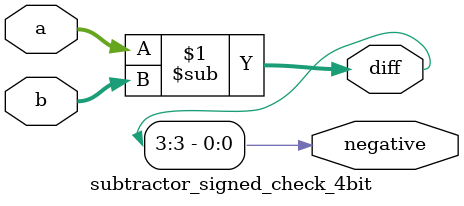
<source format=sv>
module subtractor_signed_check_4bit (
    input signed [3:0] a, 
    input signed [3:0] b, 
    output signed [3:0] diff, 
    output negative
);
    assign diff = a - b;
    assign negative = (diff[3] == 1);  // 如果最高位为1，表示负数
endmodule

</source>
